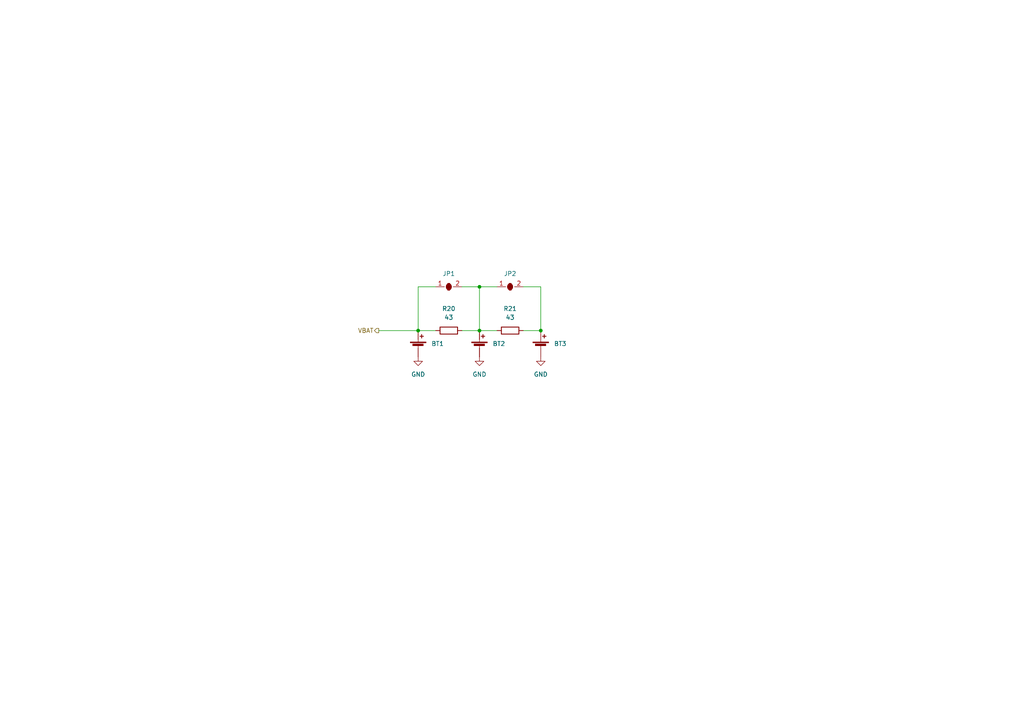
<source format=kicad_sch>
(kicad_sch (version 20220104) (generator eeschema)
  (paper "A4")
  (title_block (title "Battery interconnect") (date "2022-01-23") (rev "1") (company "Catnip electronics") (comment 1 "Albertas Mickėnas") (comment 2 "mic@wemakethings.net"))
  (lib_symbols
    (symbol "Device:Battery_Cell" (pin_numbers hide) (pin_names (offset 0) hide)
      (property "Reference" "BT" (at 2.54 2.54 0))
      (property "Value" "Battery_Cell" (at 2.54 0 0))
      (symbol "Battery_Cell_0_1"
        (rectangle (start -2.286 1.778) (end 2.286 1.524) (fill (type outline)))
        (rectangle (start -1.5748 1.1938) (end 1.4732 0.6858) (fill (type outline)))
        (polyline (pts (xy 0 0.762) (xy 0 0)))
        (polyline (pts (xy 0 1.778) (xy 0 2.54)))
        (polyline (pts (xy 0.508 3.429) (xy 1.524 3.429)) (stroke (width 0.254)))
        (polyline (pts (xy 1.016 3.937) (xy 1.016 2.921)) (stroke (width 0.254)))
      )
      (symbol "Battery_Cell_1_1"
        (pin passive line (at 0 5.08 270) (length 2.54) (name "+") (number "1"))
        (pin passive line (at 0 -2.54 90) (length 2.54) (name "-") (number "2"))
      )
    )
    (symbol "Device:R" (pin_numbers hide) (pin_names (offset 0))
      (property "Reference" "R" (at 2.032 0 90))
      (property "Value" "R" (at 0 0 90))
      (symbol "R_0_1"
        (rectangle (start -1.016 -2.54) (end 1.016 2.54) (stroke (width 0.254)))
      )
      (symbol "R_1_1"
        (pin passive line (at 0 3.81 270) (length 1.27) (name "~") (number "1"))
        (pin passive line (at 0 -3.81 90) (length 1.27) (name "~") (number "2"))
      )
    )
    (symbol "Jumper:SolderJumper_2_Open" (pin_names (offset 0) hide)
      (property "Reference" "JP" (at 0 2.032 0))
      (property "Value" "SolderJumper_2_Open" (at 0 -2.54 0))
      (symbol "SolderJumper_2_Open_0_1"
        (arc (start -0.254 -1.016) (mid 0.7576 0) (end -0.254 1.016))
        (arc (start -0.254 -1.016) (mid 0.7576 0) (end -0.254 1.016) (fill (type outline)))
        (polyline (pts (xy -0.254 1.016) (xy -0.254 -1.016)))
        (polyline (pts (xy 0.254 1.016) (xy 0.254 -1.016)))
        (arc (start 0.254 1.016) (mid -0.7576 0) (end 0.254 -1.016))
        (arc (start 0.254 1.016) (mid -0.7576 0) (end 0.254 -1.016) (fill (type outline)))
      )
      (symbol "SolderJumper_2_Open_1_1"
        (pin passive line (at -3.81 0 0) (length 2.54) (name "A") (number "1"))
        (pin passive line (at 3.81 0 180) (length 2.54) (name "B") (number "2"))
      )
    )
    (symbol "power:GND" (power) (pin_names (offset 0))
      (property "Value" "GND" (at 0 -3.81 0))
      (symbol "GND_0_1"
        (polyline (pts (xy 0 0) (xy 0 -1.27) (xy 1.27 -1.27) (xy 0 -2.54) (xy -1.27 -1.27) (xy 0 -1.27)))
      )
      (symbol "GND_1_1"
        (pin power_in line (at 0 0 270) (length 0) hide (name "GND") (number "1"))
      )
    )
  )
  (junction (at 139.065 95.885))
  (junction (at 156.845 95.885))
  (junction (at 139.065 83.185))
  (junction (at 121.285 95.885))
  (wire (pts (xy 121.285 83.185) (xy 121.285 95.885)))
  (wire (pts (xy 126.365 83.185) (xy 121.285 83.185)))
  (wire (pts (xy 139.065 95.885) (xy 144.145 95.885)))
  (wire (pts (xy 139.065 83.185) (xy 144.145 83.185)))
  (wire (pts (xy 151.765 83.185) (xy 156.845 83.185)))
  (wire (pts (xy 156.845 83.185) (xy 156.845 95.885)))
  (wire (pts (xy 133.985 95.885) (xy 139.065 95.885)))
  (wire (pts (xy 121.285 95.885) (xy 126.365 95.885)))
  (wire (pts (xy 151.765 95.885) (xy 156.845 95.885)))
  (wire (pts (xy 133.985 83.185) (xy 139.065 83.185)))
  (wire (pts (xy 139.065 83.185) (xy 139.065 95.885)))
  (wire (pts (xy 109.855 95.885) (xy 121.285 95.885)))
  (hierarchical_label "VBAT" (shape output) (at 109.855 95.885 180))
  (symbol (lib_id "power:GND") (at 156.845 103.505 0) (unit 1)
    (property "Reference" "#PWR06" (effects hide))
    (property "Value" "GND" (at 156.845 108.585 0))
  )
  (symbol (lib_id "power:GND") (at 139.065 103.505 0) (unit 1)
    (property "Reference" "#PWR05" (effects hide))
    (property "Value" "GND" (at 139.065 108.585 0))
  )
  (symbol (lib_id "Device:R") (at 147.955 95.885 90) (unit 1)
    (property "Reference" "R21" (at 147.955 89.535 90))
    (property "Value" "43" (at 147.955 92.075 90))
    (property "Footprint" "Resistor_SMD:R_0603_1608Metric" (effects hide))
    (property "Manufacturer" "ROHM" (effects hide))
    (property "PartNo" "SDR03EZPJ430" (effects hide))
  )
  (symbol (lib_id "Device:Battery_Cell") (at 121.285 100.965 0) (unit 1)
    (property "Reference" "BT1" (at 125.095 99.6949 0) (effects (justify left)))
    (property "Value" "Battery_Cell" (effects hide))
    (property "Footprint" "Connector_PinHeader_2.54mm:PinHeader_1x02_P2.54mm_Vertical" (effects hide))
  )
  (symbol (lib_id "Jumper:SolderJumper_2_Open") (at 130.175 83.185 0) (unit 1)
    (property "Reference" "JP1" (at 130.175 79.375 0))
    (property "Value" "SolderJumper_2_Open" (effects hide))
    (property "Footprint" "Jumper:SolderJumper-2_P1.3mm_Open_TrianglePad1.0x1.5mm" (effects hide))
  )
  (symbol (lib_id "Device:R") (at 130.175 95.885 90) (unit 1)
    (property "Reference" "R20" (at 130.175 89.535 90))
    (property "Value" "43" (at 130.175 92.075 90))
    (property "Footprint" "Resistor_SMD:R_0603_1608Metric" (effects hide))
    (property "Manufacturer" "ROHM" (effects hide))
    (property "PartNo" "SDR03EZPJ430" (effects hide))
  )
  (symbol (lib_id "Device:Battery_Cell") (at 156.845 100.965 0) (unit 1)
    (property "Reference" "BT3" (at 160.655 99.6949 0) (effects (justify left)))
    (property "Value" "Battery_Cell" (effects hide))
    (property "Footprint" "Connector_PinHeader_2.54mm:PinHeader_1x02_P2.54mm_Vertical" (effects hide))
  )
  (symbol (lib_id "Device:Battery_Cell") (at 139.065 100.965 0) (unit 1)
    (property "Reference" "BT2" (at 142.875 99.6949 0) (effects (justify left)))
    (property "Value" "Battery_Cell" (effects hide))
    (property "Footprint" "Connector_PinHeader_2.54mm:PinHeader_1x02_P2.54mm_Vertical" (effects hide))
  )
  (symbol (lib_id "power:GND") (at 121.285 103.505 0) (unit 1)
    (property "Reference" "#PWR04" (effects hide))
    (property "Value" "GND" (at 121.285 108.585 0))
  )
  (symbol (lib_id "Jumper:SolderJumper_2_Open") (at 147.955 83.185 0) (unit 1)
    (property "Reference" "JP2" (at 147.955 79.375 0))
    (property "Value" "SolderJumper_2_Open" (effects hide))
    (property "Footprint" "Jumper:SolderJumper-2_P1.3mm_Open_TrianglePad1.0x1.5mm" (effects hide))
  )
)
</source>
